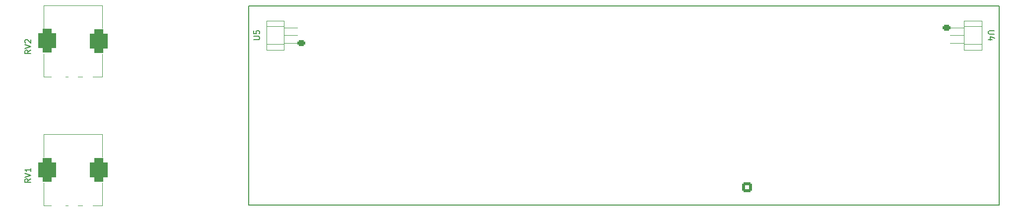
<source format=gto>
G04 #@! TF.GenerationSoftware,KiCad,Pcbnew,8.0.7*
G04 #@! TF.CreationDate,2025-06-17T21:45:10-04:00*
G04 #@! TF.ProjectId,ESP32_MIDI_Summer25_GTR.kicad_pro,45535033-325f-44d4-9944-495f53756d6d,rev?*
G04 #@! TF.SameCoordinates,Original*
G04 #@! TF.FileFunction,Legend,Top*
G04 #@! TF.FilePolarity,Positive*
%FSLAX46Y46*%
G04 Gerber Fmt 4.6, Leading zero omitted, Abs format (unit mm)*
G04 Created by KiCad (PCBNEW 8.0.7) date 2025-06-17 21:45:10*
%MOMM*%
%LPD*%
G01*
G04 APERTURE LIST*
G04 Aperture macros list*
%AMRoundRect*
0 Rectangle with rounded corners*
0 $1 Rounding radius*
0 $2 $3 $4 $5 $6 $7 $8 $9 X,Y pos of 4 corners*
0 Add a 4 corners polygon primitive as box body*
4,1,4,$2,$3,$4,$5,$6,$7,$8,$9,$2,$3,0*
0 Add four circle primitives for the rounded corners*
1,1,$1+$1,$2,$3*
1,1,$1+$1,$4,$5*
1,1,$1+$1,$6,$7*
1,1,$1+$1,$8,$9*
0 Add four rect primitives between the rounded corners*
20,1,$1+$1,$2,$3,$4,$5,0*
20,1,$1+$1,$4,$5,$6,$7,0*
20,1,$1+$1,$6,$7,$8,$9,0*
20,1,$1+$1,$8,$9,$2,$3,0*%
G04 Aperture macros list end*
%ADD10C,0.200000*%
%ADD11C,0.150000*%
%ADD12C,0.120000*%
%ADD13C,3.200000*%
%ADD14C,4.300000*%
%ADD15R,1.800000X1.800000*%
%ADD16C,1.800000*%
%ADD17RoundRect,0.750000X0.750000X-1.250000X0.750000X1.250000X-0.750000X1.250000X-0.750000X-1.250000X0*%
%ADD18O,1.300000X1.050000*%
%ADD19RoundRect,0.249900X0.400100X-0.275100X0.400100X0.275100X-0.400100X0.275100X-0.400100X-0.275100X0*%
%ADD20RoundRect,0.249900X-0.400100X0.275100X-0.400100X-0.275100X0.400100X-0.275100X0.400100X0.275100X0*%
%ADD21C,6.800000*%
%ADD22C,11.000000*%
%ADD23C,1.600000*%
%ADD24C,1.400000*%
%ADD25O,1.400000X1.400000*%
%ADD26RoundRect,0.250000X0.600000X-0.600000X0.600000X0.600000X-0.600000X0.600000X-0.600000X-0.600000X0*%
%ADD27C,1.700000*%
G04 APERTURE END LIST*
D10*
X89000000Y-77000000D02*
X217000000Y-77000000D01*
X217000000Y-111000000D01*
X89000000Y-111000000D01*
X89000000Y-77000000D01*
D11*
X51804819Y-106545238D02*
X51328628Y-106878571D01*
X51804819Y-107116666D02*
X50804819Y-107116666D01*
X50804819Y-107116666D02*
X50804819Y-106735714D01*
X50804819Y-106735714D02*
X50852438Y-106640476D01*
X50852438Y-106640476D02*
X50900057Y-106592857D01*
X50900057Y-106592857D02*
X50995295Y-106545238D01*
X50995295Y-106545238D02*
X51138152Y-106545238D01*
X51138152Y-106545238D02*
X51233390Y-106592857D01*
X51233390Y-106592857D02*
X51281009Y-106640476D01*
X51281009Y-106640476D02*
X51328628Y-106735714D01*
X51328628Y-106735714D02*
X51328628Y-107116666D01*
X50804819Y-106259523D02*
X51804819Y-105926190D01*
X51804819Y-105926190D02*
X50804819Y-105592857D01*
X51804819Y-104735714D02*
X51804819Y-105307142D01*
X51804819Y-105021428D02*
X50804819Y-105021428D01*
X50804819Y-105021428D02*
X50947676Y-105116666D01*
X50947676Y-105116666D02*
X51042914Y-105211904D01*
X51042914Y-105211904D02*
X51090533Y-105307142D01*
X89834819Y-82761904D02*
X90644342Y-82761904D01*
X90644342Y-82761904D02*
X90739580Y-82714285D01*
X90739580Y-82714285D02*
X90787200Y-82666666D01*
X90787200Y-82666666D02*
X90834819Y-82571428D01*
X90834819Y-82571428D02*
X90834819Y-82380952D01*
X90834819Y-82380952D02*
X90787200Y-82285714D01*
X90787200Y-82285714D02*
X90739580Y-82238095D01*
X90739580Y-82238095D02*
X90644342Y-82190476D01*
X90644342Y-82190476D02*
X89834819Y-82190476D01*
X89834819Y-81238095D02*
X89834819Y-81714285D01*
X89834819Y-81714285D02*
X90311009Y-81761904D01*
X90311009Y-81761904D02*
X90263390Y-81714285D01*
X90263390Y-81714285D02*
X90215771Y-81619047D01*
X90215771Y-81619047D02*
X90215771Y-81380952D01*
X90215771Y-81380952D02*
X90263390Y-81285714D01*
X90263390Y-81285714D02*
X90311009Y-81238095D01*
X90311009Y-81238095D02*
X90406247Y-81190476D01*
X90406247Y-81190476D02*
X90644342Y-81190476D01*
X90644342Y-81190476D02*
X90739580Y-81238095D01*
X90739580Y-81238095D02*
X90787200Y-81285714D01*
X90787200Y-81285714D02*
X90834819Y-81380952D01*
X90834819Y-81380952D02*
X90834819Y-81619047D01*
X90834819Y-81619047D02*
X90787200Y-81714285D01*
X90787200Y-81714285D02*
X90739580Y-81761904D01*
X216165180Y-81238095D02*
X215355657Y-81238095D01*
X215355657Y-81238095D02*
X215260419Y-81285714D01*
X215260419Y-81285714D02*
X215212800Y-81333333D01*
X215212800Y-81333333D02*
X215165180Y-81428571D01*
X215165180Y-81428571D02*
X215165180Y-81619047D01*
X215165180Y-81619047D02*
X215212800Y-81714285D01*
X215212800Y-81714285D02*
X215260419Y-81761904D01*
X215260419Y-81761904D02*
X215355657Y-81809523D01*
X215355657Y-81809523D02*
X216165180Y-81809523D01*
X215831847Y-82714285D02*
X215165180Y-82714285D01*
X216212800Y-82476190D02*
X215498514Y-82238095D01*
X215498514Y-82238095D02*
X215498514Y-82857142D01*
X51804819Y-84545238D02*
X51328628Y-84878571D01*
X51804819Y-85116666D02*
X50804819Y-85116666D01*
X50804819Y-85116666D02*
X50804819Y-84735714D01*
X50804819Y-84735714D02*
X50852438Y-84640476D01*
X50852438Y-84640476D02*
X50900057Y-84592857D01*
X50900057Y-84592857D02*
X50995295Y-84545238D01*
X50995295Y-84545238D02*
X51138152Y-84545238D01*
X51138152Y-84545238D02*
X51233390Y-84592857D01*
X51233390Y-84592857D02*
X51281009Y-84640476D01*
X51281009Y-84640476D02*
X51328628Y-84735714D01*
X51328628Y-84735714D02*
X51328628Y-85116666D01*
X50804819Y-84259523D02*
X51804819Y-83926190D01*
X51804819Y-83926190D02*
X50804819Y-83592857D01*
X50900057Y-83307142D02*
X50852438Y-83259523D01*
X50852438Y-83259523D02*
X50804819Y-83164285D01*
X50804819Y-83164285D02*
X50804819Y-82926190D01*
X50804819Y-82926190D02*
X50852438Y-82830952D01*
X50852438Y-82830952D02*
X50900057Y-82783333D01*
X50900057Y-82783333D02*
X50995295Y-82735714D01*
X50995295Y-82735714D02*
X51090533Y-82735714D01*
X51090533Y-82735714D02*
X51233390Y-82783333D01*
X51233390Y-82783333D02*
X51804819Y-83354761D01*
X51804819Y-83354761D02*
X51804819Y-82735714D01*
D12*
X53979000Y-98880000D02*
X64020000Y-98880000D01*
X53979000Y-102816000D02*
X53979000Y-98880000D01*
X53979000Y-111120000D02*
X53979000Y-107183000D01*
X53979000Y-111120000D02*
X55300000Y-111120000D01*
X57750000Y-111120000D02*
X58130000Y-111120000D01*
X59871000Y-111120000D02*
X60630000Y-111120000D01*
X62370000Y-111120000D02*
X64020000Y-111120000D01*
X64020000Y-102816000D02*
X64020000Y-98880000D01*
X64020000Y-111120000D02*
X64020000Y-107183000D01*
X92000000Y-84500000D02*
X95000000Y-84500000D01*
X95000000Y-79500000D01*
X92000000Y-79500000D01*
X92000000Y-84500000D01*
X97500000Y-83300000D02*
X95000000Y-83300000D01*
X97500000Y-82000000D02*
X95000000Y-82000000D01*
X97500000Y-80700000D02*
X95000000Y-80700000D01*
X92000000Y-83500000D02*
X95000000Y-83500000D01*
X92000000Y-80500000D02*
X95000000Y-80500000D01*
X208500000Y-80700000D02*
X211000000Y-80700000D01*
X208500000Y-82000000D02*
X211000000Y-82000000D01*
X208500000Y-83300000D02*
X211000000Y-83300000D01*
X214000000Y-80500000D02*
X211000000Y-80500000D01*
X214000000Y-83500000D02*
X211000000Y-83500000D01*
X214000000Y-79500000D02*
X211000000Y-79500000D01*
X211000000Y-84500000D01*
X214000000Y-84500000D01*
X214000000Y-79500000D01*
X53979000Y-76880000D02*
X64020000Y-76880000D01*
X53979000Y-80816000D02*
X53979000Y-76880000D01*
X53979000Y-89120000D02*
X53979000Y-85183000D01*
X53979000Y-89120000D02*
X55300000Y-89120000D01*
X57750000Y-89120000D02*
X58130000Y-89120000D01*
X59871000Y-89120000D02*
X60630000Y-89120000D01*
X62370000Y-89120000D02*
X64020000Y-89120000D01*
X64020000Y-80816000D02*
X64020000Y-76880000D01*
X64020000Y-89120000D02*
X64020000Y-85183000D01*
%LPC*%
D13*
X184000000Y-114000000D03*
X154000000Y-114000000D03*
D14*
X222000000Y-114000000D03*
X222000000Y-74000000D03*
X48000000Y-114000000D03*
X48000000Y-74000000D03*
D15*
X56500000Y-112000000D03*
D16*
X59000000Y-112000000D03*
X61500000Y-112000000D03*
D17*
X54600000Y-105000000D03*
X63400000Y-105000000D03*
D13*
X153000000Y-84000000D03*
D18*
X98000000Y-80700000D03*
X98000000Y-82000000D03*
D19*
X98000000Y-83300000D03*
D20*
X208000000Y-80700000D03*
D18*
X208000000Y-82000000D03*
X208000000Y-83300000D03*
D21*
X78000000Y-105000000D03*
D22*
X78000000Y-105000000D03*
D13*
X153000000Y-104000000D03*
D15*
X56500000Y-90000000D03*
D16*
X59000000Y-90000000D03*
X61500000Y-90000000D03*
D17*
X63400000Y-83000000D03*
X54600000Y-82950000D03*
D21*
X78000000Y-83000000D03*
D22*
X78000000Y-83000000D03*
D23*
X209500000Y-86500000D03*
X214500000Y-86500000D03*
D24*
X189310000Y-105500000D03*
D25*
X181690000Y-105500000D03*
D23*
X96500000Y-88500000D03*
X91500000Y-88500000D03*
D24*
X189310000Y-108500000D03*
D25*
X181690000Y-108500000D03*
D26*
X174000000Y-108000000D03*
D27*
X174000000Y-105460000D03*
X171460000Y-108000000D03*
X171460000Y-105460000D03*
X168920000Y-108000000D03*
X168920000Y-105460000D03*
X166380000Y-108000000D03*
X166380000Y-105460000D03*
X163840000Y-108000000D03*
X163840000Y-105460000D03*
%LPD*%
M02*

</source>
